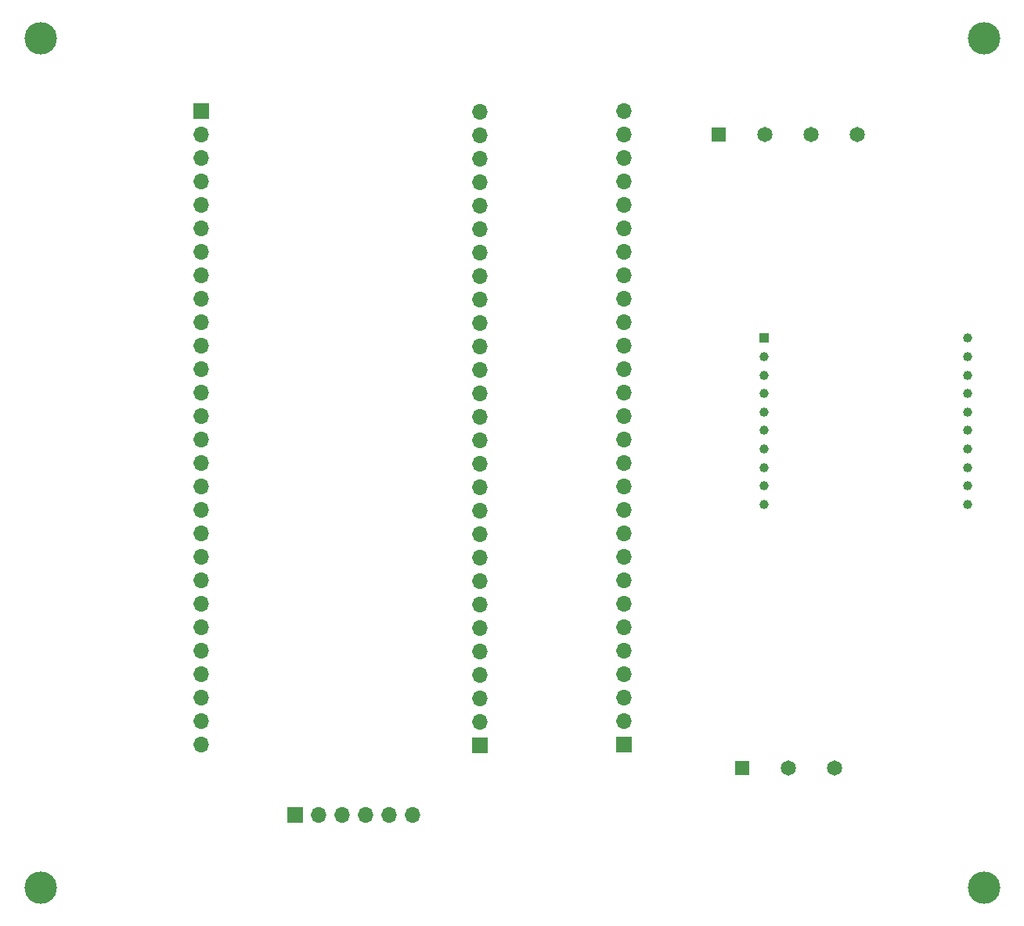
<source format=gbr>
%TF.GenerationSoftware,KiCad,Pcbnew,(5.0.1)-4*%
%TF.CreationDate,2019-03-02T14:56:48-06:00*%
%TF.ProjectId,uC and Xbee,754320616E6420586265652E6B696361,rev?*%
%TF.SameCoordinates,Original*%
%TF.FileFunction,Copper,L1,Top,Signal*%
%TF.FilePolarity,Positive*%
%FSLAX46Y46*%
G04 Gerber Fmt 4.6, Leading zero omitted, Abs format (unit mm)*
G04 Created by KiCad (PCBNEW (5.0.1)-4) date 2019-03-02 2:56:48 PM*
%MOMM*%
%LPD*%
G01*
G04 APERTURE LIST*
%ADD10C,1.008000*%
%ADD11R,1.008000X1.008000*%
%ADD12R,1.650000X1.650000*%
%ADD13C,1.650000*%
%ADD14R,1.700000X1.700000*%
%ADD15O,1.700000X1.700000*%
%ADD16C,3.500000*%
G04 APERTURE END LIST*
D10*
X199754000Y-98491000D03*
X199754000Y-96491000D03*
X199754000Y-94491000D03*
X199754000Y-92491000D03*
X199754000Y-90491000D03*
X199754000Y-88491000D03*
X199754000Y-86491000D03*
X199754000Y-84491000D03*
X199754000Y-82491000D03*
X199754000Y-80491000D03*
X177754000Y-98491000D03*
X177754000Y-96491000D03*
X177754000Y-94491000D03*
X177754000Y-92491000D03*
X177754000Y-90491000D03*
X177754000Y-88491000D03*
X177754000Y-86491000D03*
X177754000Y-84491000D03*
X177754000Y-82491000D03*
D11*
X177754000Y-80491000D03*
D12*
X172840000Y-58420000D03*
D13*
X177840000Y-58420000D03*
X182840000Y-58420000D03*
X187840000Y-58420000D03*
D14*
X127000000Y-132080000D03*
D15*
X129540000Y-132080000D03*
X132080000Y-132080000D03*
X134620000Y-132080000D03*
X137160000Y-132080000D03*
X139700000Y-132080000D03*
D12*
X175340000Y-127000000D03*
D13*
X180340000Y-127000000D03*
X185340000Y-127000000D03*
D14*
X116840000Y-55880000D03*
D15*
X116840000Y-58420000D03*
X116840000Y-60960000D03*
X116840000Y-63500000D03*
X116840000Y-66040000D03*
X116840000Y-68580000D03*
X116840000Y-71120000D03*
X116840000Y-73660000D03*
X116840000Y-76200000D03*
X116840000Y-78740000D03*
X116840000Y-81280000D03*
X116840000Y-83820000D03*
X116840000Y-86360000D03*
X116840000Y-88900000D03*
X116840000Y-91440000D03*
X116840000Y-93980000D03*
X116840000Y-96520000D03*
X116840000Y-99060000D03*
X116840000Y-101600000D03*
X116840000Y-104140000D03*
X116840000Y-106680000D03*
X116840000Y-109220000D03*
X116840000Y-111760000D03*
X116840000Y-114300000D03*
X116840000Y-116840000D03*
X116840000Y-119380000D03*
X116840000Y-121920000D03*
X116840000Y-124460000D03*
X147000000Y-56000000D03*
X147000000Y-58540000D03*
X147000000Y-61080000D03*
X147000000Y-63620000D03*
X147000000Y-66160000D03*
X147000000Y-68700000D03*
X147000000Y-71240000D03*
X147000000Y-73780000D03*
X147000000Y-76320000D03*
X147000000Y-78860000D03*
X147000000Y-81400000D03*
X147000000Y-83940000D03*
X147000000Y-86480000D03*
X147000000Y-89020000D03*
X147000000Y-91560000D03*
X147000000Y-94100000D03*
X147000000Y-96640000D03*
X147000000Y-99180000D03*
X147000000Y-101720000D03*
X147000000Y-104260000D03*
X147000000Y-106800000D03*
X147000000Y-109340000D03*
X147000000Y-111880000D03*
X147000000Y-114420000D03*
X147000000Y-116960000D03*
X147000000Y-119500000D03*
X147000000Y-122040000D03*
D14*
X147000000Y-124580000D03*
X162560000Y-124460000D03*
D15*
X162560000Y-121920000D03*
X162560000Y-119380000D03*
X162560000Y-116840000D03*
X162560000Y-114300000D03*
X162560000Y-111760000D03*
X162560000Y-109220000D03*
X162560000Y-106680000D03*
X162560000Y-104140000D03*
X162560000Y-101600000D03*
X162560000Y-99060000D03*
X162560000Y-96520000D03*
X162560000Y-93980000D03*
X162560000Y-91440000D03*
X162560000Y-88900000D03*
X162560000Y-86360000D03*
X162560000Y-83820000D03*
X162560000Y-81280000D03*
X162560000Y-78740000D03*
X162560000Y-76200000D03*
X162560000Y-73660000D03*
X162560000Y-71120000D03*
X162560000Y-68580000D03*
X162560000Y-66040000D03*
X162560000Y-63500000D03*
X162560000Y-60960000D03*
X162560000Y-58420000D03*
X162560000Y-55880000D03*
D16*
X201500000Y-48000000D03*
X99500000Y-48000000D03*
X99500000Y-140000000D03*
X201500000Y-140000000D03*
M02*

</source>
